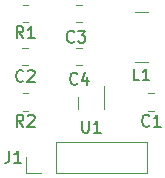
<source format=gbr>
%TF.GenerationSoftware,KiCad,Pcbnew,6.0.11-2627ca5db0~126~ubuntu20.04.1*%
%TF.CreationDate,2023-07-30T19:56:56-05:00*%
%TF.ProjectId,tps61021a-slim,74707336-3130-4323-9161-2d736c696d2e,rev?*%
%TF.SameCoordinates,Original*%
%TF.FileFunction,Legend,Top*%
%TF.FilePolarity,Positive*%
%FSLAX46Y46*%
G04 Gerber Fmt 4.6, Leading zero omitted, Abs format (unit mm)*
G04 Created by KiCad (PCBNEW 6.0.11-2627ca5db0~126~ubuntu20.04.1) date 2023-07-30 19:56:56*
%MOMM*%
%LPD*%
G01*
G04 APERTURE LIST*
%ADD10C,0.150000*%
%ADD11C,0.120000*%
G04 APERTURE END LIST*
D10*
%TO.C,L1*%
X112276033Y-107284380D02*
X111799842Y-107284380D01*
X111799842Y-106284380D01*
X113133176Y-107284380D02*
X112561747Y-107284380D01*
X112847461Y-107284380D02*
X112847461Y-106284380D01*
X112752223Y-106427238D01*
X112656985Y-106522476D01*
X112561747Y-106570095D01*
%TO.C,C4*%
X107021333Y-107545142D02*
X106973714Y-107592761D01*
X106830857Y-107640380D01*
X106735619Y-107640380D01*
X106592761Y-107592761D01*
X106497523Y-107497523D01*
X106449904Y-107402285D01*
X106402285Y-107211809D01*
X106402285Y-107068952D01*
X106449904Y-106878476D01*
X106497523Y-106783238D01*
X106592761Y-106688000D01*
X106735619Y-106640380D01*
X106830857Y-106640380D01*
X106973714Y-106688000D01*
X107021333Y-106735619D01*
X107878476Y-106973714D02*
X107878476Y-107640380D01*
X107640380Y-106592761D02*
X107402285Y-107307047D01*
X108021333Y-107307047D01*
%TO.C,R2*%
X102449333Y-111196380D02*
X102116000Y-110720190D01*
X101877904Y-111196380D02*
X101877904Y-110196380D01*
X102258857Y-110196380D01*
X102354095Y-110244000D01*
X102401714Y-110291619D01*
X102449333Y-110386857D01*
X102449333Y-110529714D01*
X102401714Y-110624952D01*
X102354095Y-110672571D01*
X102258857Y-110720190D01*
X101877904Y-110720190D01*
X102830285Y-110291619D02*
X102877904Y-110244000D01*
X102973142Y-110196380D01*
X103211238Y-110196380D01*
X103306476Y-110244000D01*
X103354095Y-110291619D01*
X103401714Y-110386857D01*
X103401714Y-110482095D01*
X103354095Y-110624952D01*
X102782666Y-111196380D01*
X103401714Y-111196380D01*
%TO.C,C1*%
X113117333Y-111101142D02*
X113069714Y-111148761D01*
X112926857Y-111196380D01*
X112831619Y-111196380D01*
X112688761Y-111148761D01*
X112593523Y-111053523D01*
X112545904Y-110958285D01*
X112498285Y-110767809D01*
X112498285Y-110624952D01*
X112545904Y-110434476D01*
X112593523Y-110339238D01*
X112688761Y-110244000D01*
X112831619Y-110196380D01*
X112926857Y-110196380D01*
X113069714Y-110244000D01*
X113117333Y-110291619D01*
X114069714Y-111196380D02*
X113498285Y-111196380D01*
X113784000Y-111196380D02*
X113784000Y-110196380D01*
X113688761Y-110339238D01*
X113593523Y-110434476D01*
X113498285Y-110482095D01*
%TO.C,C3*%
X106760081Y-103989142D02*
X106712462Y-104036761D01*
X106569605Y-104084380D01*
X106474367Y-104084380D01*
X106331509Y-104036761D01*
X106236271Y-103941523D01*
X106188652Y-103846285D01*
X106141033Y-103655809D01*
X106141033Y-103512952D01*
X106188652Y-103322476D01*
X106236271Y-103227238D01*
X106331509Y-103132000D01*
X106474367Y-103084380D01*
X106569605Y-103084380D01*
X106712462Y-103132000D01*
X106760081Y-103179619D01*
X107093414Y-103084380D02*
X107712462Y-103084380D01*
X107379128Y-103465333D01*
X107521986Y-103465333D01*
X107617224Y-103512952D01*
X107664843Y-103560571D01*
X107712462Y-103655809D01*
X107712462Y-103893904D01*
X107664843Y-103989142D01*
X107617224Y-104036761D01*
X107521986Y-104084380D01*
X107236271Y-104084380D01*
X107141033Y-104036761D01*
X107093414Y-103989142D01*
%TO.C,C2*%
X102449333Y-107310142D02*
X102401714Y-107357761D01*
X102258857Y-107405380D01*
X102163619Y-107405380D01*
X102020761Y-107357761D01*
X101925523Y-107262523D01*
X101877904Y-107167285D01*
X101830285Y-106976809D01*
X101830285Y-106833952D01*
X101877904Y-106643476D01*
X101925523Y-106548238D01*
X102020761Y-106453000D01*
X102163619Y-106405380D01*
X102258857Y-106405380D01*
X102401714Y-106453000D01*
X102449333Y-106500619D01*
X102830285Y-106500619D02*
X102877904Y-106453000D01*
X102973142Y-106405380D01*
X103211238Y-106405380D01*
X103306476Y-106453000D01*
X103354095Y-106500619D01*
X103401714Y-106595857D01*
X103401714Y-106691095D01*
X103354095Y-106833952D01*
X102782666Y-107405380D01*
X103401714Y-107405380D01*
%TO.C,J1*%
X101266666Y-113244380D02*
X101266666Y-113958666D01*
X101219047Y-114101523D01*
X101123809Y-114196761D01*
X100980952Y-114244380D01*
X100885714Y-114244380D01*
X102266666Y-114244380D02*
X101695238Y-114244380D01*
X101980952Y-114244380D02*
X101980952Y-113244380D01*
X101885714Y-113387238D01*
X101790476Y-113482476D01*
X101695238Y-113530095D01*
%TO.C,U1*%
X107442095Y-110704380D02*
X107442095Y-111513904D01*
X107489714Y-111609142D01*
X107537333Y-111656761D01*
X107632571Y-111704380D01*
X107823047Y-111704380D01*
X107918285Y-111656761D01*
X107965904Y-111609142D01*
X108013523Y-111513904D01*
X108013523Y-110704380D01*
X109013523Y-111704380D02*
X108442095Y-111704380D01*
X108727809Y-111704380D02*
X108727809Y-110704380D01*
X108632571Y-110847238D01*
X108537333Y-110942476D01*
X108442095Y-110990095D01*
%TO.C,R1*%
X102449333Y-103702380D02*
X102116000Y-103226190D01*
X101877904Y-103702380D02*
X101877904Y-102702380D01*
X102258857Y-102702380D01*
X102354095Y-102750000D01*
X102401714Y-102797619D01*
X102449333Y-102892857D01*
X102449333Y-103035714D01*
X102401714Y-103130952D01*
X102354095Y-103178571D01*
X102258857Y-103226190D01*
X101877904Y-103226190D01*
X103401714Y-103702380D02*
X102830285Y-103702380D01*
X103116000Y-103702380D02*
X103116000Y-102702380D01*
X103020761Y-102845238D01*
X102925523Y-102940476D01*
X102830285Y-102988095D01*
D11*
%TO.C,L1*%
X112992700Y-101522000D02*
X111892700Y-101522000D01*
X112992700Y-105742000D02*
X111892700Y-105742000D01*
%TO.C,C4*%
X106926748Y-104538000D02*
X107449252Y-104538000D01*
X106926748Y-106008000D02*
X107449252Y-106008000D01*
%TO.C,R2*%
X102388936Y-108368000D02*
X102843064Y-108368000D01*
X102388936Y-109838000D02*
X102843064Y-109838000D01*
%TO.C,C1*%
X113022748Y-108368000D02*
X113545252Y-108368000D01*
X113022748Y-109838000D02*
X113545252Y-109838000D01*
%TO.C,C3*%
X106926748Y-102335000D02*
X107449252Y-102335000D01*
X106926748Y-100865000D02*
X107449252Y-100865000D01*
%TO.C,C2*%
X102877252Y-106008000D02*
X102354748Y-106008000D01*
X102877252Y-104538000D02*
X102354748Y-104538000D01*
%TO.C,J1*%
X105257000Y-112470000D02*
X112937000Y-112470000D01*
X112937000Y-115130000D02*
X112937000Y-112470000D01*
X105257000Y-115130000D02*
X112937000Y-115130000D01*
X102657000Y-115130000D02*
X102657000Y-113800000D01*
X103987000Y-115130000D02*
X102657000Y-115130000D01*
X105257000Y-115130000D02*
X105257000Y-112470000D01*
%TO.C,U1*%
X109324000Y-107720000D02*
X109324000Y-109720000D01*
X107084000Y-109720000D02*
X107084000Y-108720000D01*
%TO.C,R1*%
X102843064Y-100865000D02*
X102388936Y-100865000D01*
X102843064Y-102335000D02*
X102388936Y-102335000D01*
%TD*%
M02*

</source>
